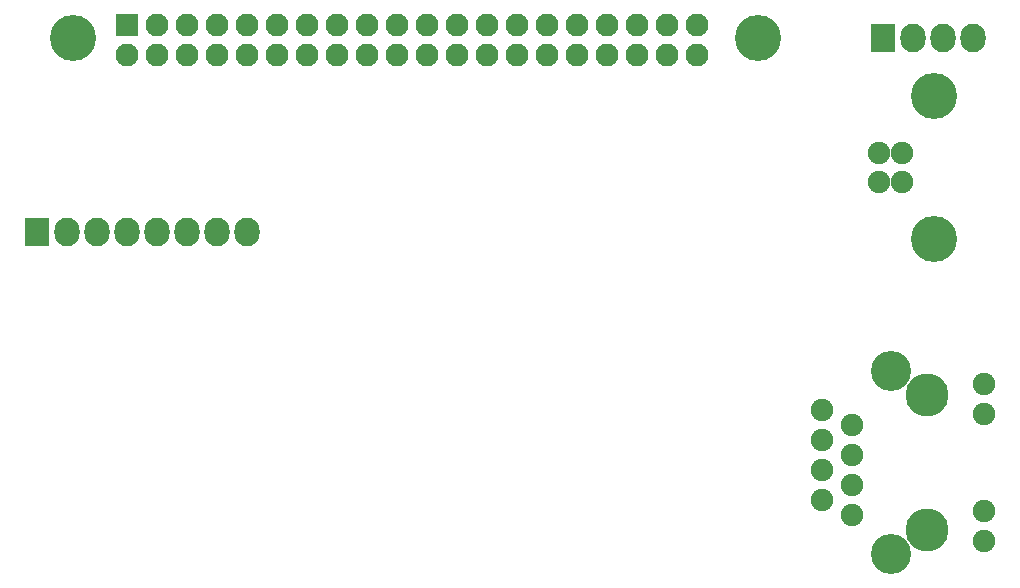
<source format=gbr>
G04 #@! TF.FileFunction,Soldermask,Bot*
%FSLAX46Y46*%
G04 Gerber Fmt 4.6, Leading zero omitted, Abs format (unit mm)*
G04 Created by KiCad (PCBNEW 4.0.7) date 09/09/17 19:19:24*
%MOMM*%
%LPD*%
G01*
G04 APERTURE LIST*
%ADD10C,0.100000*%
%ADD11R,2.127200X2.432000*%
%ADD12O,2.127200X2.432000*%
%ADD13C,3.900000*%
%ADD14C,1.900000*%
%ADD15O,1.950000X1.950000*%
%ADD16R,1.950000X1.950000*%
%ADD17C,3.650000*%
%ADD18C,3.400000*%
G04 APERTURE END LIST*
D10*
D11*
X191295020Y-88646000D03*
D12*
X193835020Y-88646000D03*
X196375020Y-88646000D03*
X198915020Y-88646000D03*
D13*
X195635880Y-93619120D03*
D14*
X192925880Y-100889120D03*
D13*
X195635880Y-105659120D03*
D14*
X192925880Y-98389120D03*
X190925880Y-98389120D03*
X190925880Y-100889120D03*
D15*
X175520000Y-90120000D03*
X175520000Y-87580000D03*
D13*
X180690000Y-88650000D03*
D16*
X127260000Y-87580000D03*
D15*
X127260000Y-90120000D03*
X129800000Y-87580000D03*
X129800000Y-90120000D03*
X132340000Y-87580000D03*
X132340000Y-90120000D03*
X134880000Y-87580000D03*
X134880000Y-90120000D03*
X137420000Y-87580000D03*
X137420000Y-90120000D03*
X139960000Y-87580000D03*
X139960000Y-90120000D03*
X142500000Y-87580000D03*
X142500000Y-90120000D03*
X145040000Y-87580000D03*
X145040000Y-90120000D03*
X147580000Y-87580000D03*
X147580000Y-90120000D03*
X150120000Y-87580000D03*
X150120000Y-90120000D03*
X152660000Y-87580000D03*
X152660000Y-90120000D03*
X155200000Y-87580000D03*
X155200000Y-90120000D03*
X157740000Y-87580000D03*
X157740000Y-90120000D03*
D13*
X122690000Y-88650000D03*
D15*
X160280000Y-87580000D03*
X162820000Y-87580000D03*
X165360000Y-87580000D03*
X167900000Y-87580000D03*
X170440000Y-87580000D03*
X172980000Y-87580000D03*
X160280000Y-90120000D03*
X162820000Y-90120000D03*
X165360000Y-90120000D03*
X167900000Y-90120000D03*
X170440000Y-90120000D03*
X172980000Y-90120000D03*
D11*
X119656860Y-105097420D03*
D12*
X122196860Y-105097420D03*
X124736860Y-105097420D03*
X127276860Y-105097420D03*
X129816860Y-105097420D03*
X132356860Y-105097420D03*
X134896860Y-105097420D03*
X137436860Y-105097420D03*
D17*
X194990000Y-118890000D03*
D18*
X191940000Y-116860000D03*
D14*
X186100000Y-127785000D03*
X199890000Y-131230000D03*
X199890000Y-128690000D03*
X199890000Y-117980000D03*
X199890000Y-120520000D03*
D17*
X194990000Y-130320000D03*
D18*
X191940000Y-132350000D03*
D14*
X186100000Y-125245000D03*
X186100000Y-122705000D03*
X186100000Y-120165000D03*
X188640000Y-129045000D03*
X188640000Y-126505000D03*
X188640000Y-123965000D03*
X188640000Y-121425000D03*
M02*

</source>
